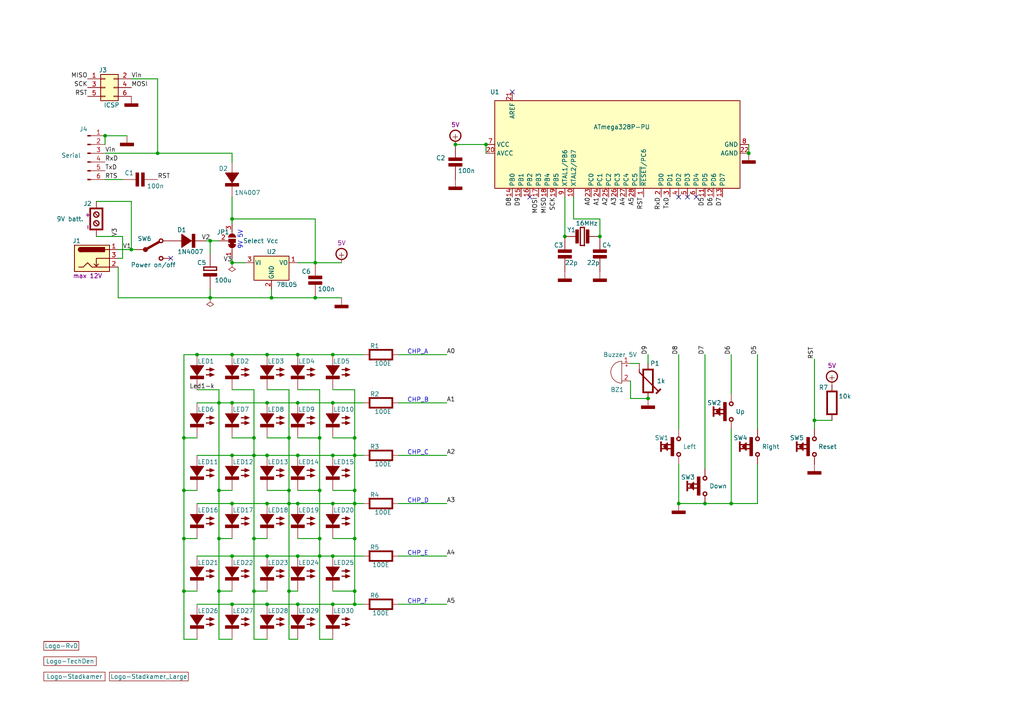
<source format=kicad_sch>
(kicad_sch (version 20211123) (generator eeschema)
  (paper "A4")
  (title_block (title "TechDen Game Console with 30 LEDs (Charlieplexing method)") (date "2022-04-25") (rev "3.31") (company "TechDen") (comment 1 "Designed by Roland"))
  (lib_symbols
    (symbol "Connector:Barrel_Jack_Switch" (pin_names hide)
      (property "Reference" "J" (at 0 5.334 0))
      (property "Value" "Barrel_Jack_Switch" (at 0 -5.08 0))
      (symbol "Barrel_Jack_Switch_1_1"
        (pin passive line (at 7.62 2.54 180) (length 2.54) (name "~") (number "1"))
        (pin passive line (at 7.62 -2.54 180) (length 2.54) (name "~") (number "2"))
        (pin passive line (at 7.62 0 180) (length 2.54) (name "~") (number "3"))
      )
    )
    (symbol "Connector:Conn_01x06_Male" (pin_names (offset 1.016) hide)
      (property "Reference" "J" (at 0 7.62 0))
      (property "Value" "Conn_01x06_Male" (at 0 -10.16 0))
      (symbol "Conn_01x06_Male_1_1"
        (pin passive line (at 5.08 5.08 180) (length 3.81) (name "Pin_1") (number "1"))
        (pin passive line (at 5.08 2.54 180) (length 3.81) (name "Pin_2") (number "2"))
        (pin passive line (at 5.08 0 180) (length 3.81) (name "Pin_3") (number "3"))
        (pin passive line (at 5.08 -2.54 180) (length 3.81) (name "Pin_4") (number "4"))
        (pin passive line (at 5.08 -5.08 180) (length 3.81) (name "Pin_5") (number "5"))
        (pin passive line (at 5.08 -7.62 180) (length 3.81) (name "Pin_6") (number "6"))
      )
    )
    (symbol "Connector_Generic:Conn_02x03_Odd_Even" (pin_names (offset 1.016) hide)
      (property "Reference" "J" (at 1.27 5.08 0))
      (property "Value" "Conn_02x03_Odd_Even" (at 1.27 -5.08 0))
      (symbol "Conn_02x03_Odd_Even_1_1"
        (pin passive line (at -5.08 2.54 0) (length 3.81) (name "Pin_1") (number "1"))
        (pin passive line (at 7.62 2.54 180) (length 3.81) (name "Pin_2") (number "2"))
        (pin passive line (at -5.08 0 0) (length 3.81) (name "Pin_3") (number "3"))
        (pin passive line (at 7.62 0 180) (length 3.81) (name "Pin_4") (number "4"))
        (pin passive line (at -5.08 -2.54 0) (length 3.81) (name "Pin_5") (number "5"))
        (pin passive line (at 7.62 -2.54 180) (length 3.81) (name "Pin_6") (number "6"))
      )
    )
    (symbol "Device:Buzzer" (pin_names (offset 0.0254) hide)
      (property "Reference" "BZ" (at 3.81 1.27 0))
      (property "Value" "Buzzer" (at 3.81 -1.27 0))
      (symbol "Buzzer_1_1"
        (pin passive line (at -2.54 2.54 0) (length 2.54) (name "-") (number "1"))
        (pin passive line (at -2.54 -2.54 0) (length 2.54) (name "+") (number "2"))
      )
    )
    (symbol "Elektor:C" (pin_numbers hide) (pin_names (offset 0) hide)
      (property "Reference" "C" (at 0.635 3.175 0))
      (property "Value" "C" (at 0.635 -3.175 0))
      (symbol "C_1_1"
        (pin passive line (at 0 5.08 270) (length 3.8862) (name "+") (number "1"))
        (pin passive line (at 0 -5.08 90) (length 3.8862) (name "-") (number "2"))
      )
      (symbol "C_1_2"
        (pin passive line (at 0 5.08 270) (length 3.5814) (name "+") (number "1"))
        (pin passive line (at 0 -5.08 90) (length 3.5814) (name "-") (number "2"))
      )
    )
    (symbol "Elektor:C-polar" (pin_numbers hide) (pin_names (offset 0) hide)
      (property "Reference" "C" (at 0.635 3.175 0))
      (property "Value" "C-polar" (at 0.635 -3.175 0))
      (property "Rating" "V" (at -0.635 -3.175 0))
      (symbol "C-polar_1_1"
        (pin passive line (at 0 5.08 270) (length 3.7338) (name "+") (number "1"))
        (pin passive line (at 0 -5.08 90) (length 3.7338) (name "-") (number "2"))
      )
      (symbol "C-polar_1_2"
        (pin passive line (at 0 5.08 270) (length 3.5814) (name "+") (number "1"))
        (pin passive line (at 0 -5.08 90) (length 3.8862) (name "-") (number "2"))
      )
    )
    (symbol "Elektor:D" (pin_numbers hide) (pin_names (offset 0) hide)
      (property "Reference" "D" (at 0.635 3.175 0))
      (property "Value" "D" (at 0.635 -3.175 0))
      (symbol "D_1_0"
        (pin passive line (at 0 -5.08 90) (length 3.175) (name "K-") (number "1"))
        (pin passive line (at 0 5.08 270) (length 3.175) (name "A+") (number "2"))
      )
    )
    (symbol "Elektor:D-LED" (pin_numbers hide) (pin_names (offset 0) hide)
      (property "Reference" "D" (at 0.635 3.175 0))
      (property "Value" "D-LED" (at 0.635 -3.175 0))
      (symbol "D-LED_1_0"
        (pin passive line (at 0 -5.08 90) (length 3.175) (name "K-") (number "1"))
        (pin passive line (at 0 5.08 270) (length 3.175) (name "A+") (number "2"))
      )
    )
    (symbol "Elektor:K-terminal" (pin_numbers hide) (pin_names (offset 0) hide)
      (property "Reference" "K" (at 2.54 3.175 0))
      (symbol "K-terminal_1_0"
        (pin passive line (at 0 5.08 270) (length 1.905) (name "1") (number "1"))
        (pin passive line (at 0 -5.08 90) (length 1.905) (name "2") (number "2"))
      )
    )
    (symbol "Elektor:P-trim" (pin_numbers hide) (pin_names (offset 0) hide)
      (property "Reference" "P" (at 2.54 3.175 0))
      (property "Spice_Model" "lin100k" (at 3.81 -3.175 0))
      (symbol "P-trim_1_1"
        (pin passive line (at 0 -5.08 90) (length 1.651) (name "a") (number "1"))
        (pin passive line (at 2.54 -5.08 90) (length 1.651) (name "b") (number "2"))
        (pin passive line (at 0 5.08 270) (length 1.651) (name "c") (number "3"))
      )
      (symbol "P-trim_1_2"
        (pin passive line (at 0 -5.08 90) (length 1.651) (name "a") (number "1"))
        (pin passive line (at 3.175 -5.08 90) (length 1.651) (name "b") (number "2"))
        (pin passive line (at 0 5.08 270) (length 1.651) (name "c") (number "3"))
      )
    )
    (symbol "Elektor:R" (pin_numbers hide) (pin_names (offset 0) hide)
      (property "Reference" "R" (at 2.54 3.175 0))
      (property "Value" "R" (at 0 0 90))
      (symbol "R_1_1"
        (pin passive line (at 0 5.08 270) (length 1.651) (name "+") (number "1"))
        (pin passive line (at 0 -5.08 90) (length 1.651) (name "-") (number "2"))
      )
      (symbol "R_1_2"
        (pin passive line (at 0 5.08 270) (length 1.651) (name "+") (number "1"))
        (pin passive line (at 0 -5.08 90) (length 1.651) (name "-") (number "2"))
      )
      (symbol "R_1_3"
        (pin passive line (at 0 5.08 270) (length 1.6002) (name "+") (number "1"))
        (pin passive line (at 0 -5.08 90) (length 1.6002) (name "-") (number "2"))
      )
      (symbol "R_1_4"
        (pin passive line (at 0 5.08 270) (length 0.5334) (name "+") (number "1"))
        (pin passive line (at 0 -5.08 90) (length 0.5334) (name "-") (number "2"))
      )
    )
    (symbol "Elektor:S-changeover" (pin_numbers hide) (pin_names (offset 0) hide)
      (property "Reference" "S" (at 3.81 3.175 0))
      (property "Value" "S-changeover" (at 1.27 -3.175 0))
      (symbol "S-changeover_1_1"
        (pin passive line (at 0 -5.08 90) (length 2.2352) (name "1") (number "1"))
        (pin passive line (at -2.54 5.08 270) (length 2.2352) (name "2") (number "2"))
        (pin passive line (at 2.54 5.08 270) (length 2.2352) (name "3") (number "3"))
      )
      (symbol "S-changeover_1_2"
        (pin passive line (at 0 -5.08 90) (length 2.5654) (name "1") (number "1"))
        (pin passive line (at -2.54 5.08 270) (length 2.5654) (name "2") (number "2"))
        (pin passive line (at 2.54 5.08 270) (length 2.5654) (name "4") (number "4"))
      )
      (symbol "S-changeover_1_3"
        (pin passive line (at 0 -5.08 90) (length 2.5146) (name "1") (number "1"))
        (pin passive line (at -5.08 2.54 0) (length 1.9558) (name "2") (number "2"))
        (pin passive line (at 5.08 2.54 180) (length 1.9558) (name "4") (number "4"))
      )
      (symbol "S-changeover_1_4"
        (pin passive line (at 0 -5.08 90) (length 2.9718) (name "1") (number "1"))
        (pin passive line (at -5.08 2.54 0) (length 2.2098) (name "2") (number "2"))
        (pin passive line (at 5.08 2.54 180) (length 2.2098) (name "4") (number "4"))
      )
    )
    (symbol "Elektor:S-make-push" (pin_numbers hide) (pin_names (offset 0) hide)
      (property "Reference" "S" (at 1.27 3.175 0))
      (property "Value" "S-make-push" (at 1.27 -3.175 0))
      (symbol "S-make-push_1_1"
        (pin passive line (at 0 5.08 270) (length 2.2352) (name "1") (number "1"))
        (pin passive line (at 0 -5.08 90) (length 2.2352) (name "2") (number "2"))
      )
      (symbol "S-make-push_1_2"
        (pin passive line (at 0 -5.08 90) (length 2.4638) (name "3") (number "3"))
        (pin passive line (at 0 5.08 270) (length 2.4638) (name "4") (number "4"))
      )
      (symbol "S-make-push_1_3"
        (pin passive line (at 0 -5.08 90) (length 2.2352) (name "3") (number "3"))
        (pin passive line (at 0 5.08 270) (length 2.2352) (name "4") (number "4"))
      )
      (symbol "S-make-push_1_4"
        (pin passive line (at 0 -5.08 90) (length 2.4638) (name "3") (number "3"))
        (pin passive line (at 0 5.08 270) (length 2.4638) (name "4") (number "4"))
      )
    )
    (symbol "Elektor:V-+" (power) (pin_numbers hide) (pin_names (offset 1.27) hide)
      (symbol "V-+_1_0"
        (pin power_in line (at 0 0 0) (length 0) hide (name "V+") (number "0"))
      )
      (symbol "V-+_1_1"
        (text "+" (at 0 -2.3368 0) (effects (font (size 1.8542 1.8542))))
      )
      (symbol "V-+_1_2"
        (text "+" (at -2.54 0.2032 0) (effects (font (size 1.8542 1.8542))))
      )
    )
    (symbol "Elektor:V-GND" (power) (pin_numbers hide) (pin_names (offset 1.27) hide)
      (symbol "V-GND_1_1"
        (pin power_in line (at 0 0 0) (length 0) hide (name "GND") (number "0"))
      )
      (symbol "V-GND_1_2"
        (pin power_in line (at 0 0 0) (length 0) hide (name "0") (number "0"))
      )
    )
    (symbol "Elektor:X-crystal" (pin_numbers hide) (pin_names (offset 0) hide)
      (property "Reference" "X" (at 0.635 3.175 0))
      (property "Value" "X-crystal" (at 0.635 -3.175 0))
      (property "Spice_Model" "C" (at -2.54 3.175 0))
      (symbol "X-crystal_1_1"
        (pin passive line (at 0 5.08 270) (length 3.175) (name "+") (number "1"))
        (pin passive line (at 0 -5.08 90) (length 3.175) (name "-") (number "2"))
      )
      (symbol "X-crystal_1_2"
        (pin passive line (at 0 5.08 270) (length 3.3274) (name "+") (number "1"))
        (pin passive line (at 0 -5.08 90) (length 3.3274) (name "-") (number "2"))
      )
    )
    (symbol "Jumper:SolderJumper_3_Bridged12" (pin_names (offset 0) hide)
      (property "Reference" "JP" (at -2.54 -2.54 0))
      (property "Value" "SolderJumper_3_Bridged12" (at 0 2.794 0))
      (symbol "SolderJumper_3_Bridged12_1_1"
        (pin passive line (at -5.08 0 0) (length 2.54) (name "A") (number "1"))
        (pin passive line (at 0 -3.81 90) (length 2.54) (name "C") (number "2"))
        (pin passive line (at 5.08 0 180) (length 2.54) (name "B") (number "3"))
      )
    )
    (symbol "Logo:Logo-RvD" (pin_names (offset 1.016))
      (property "Reference" "L" (at 5.08 -2.54 0))
      (property "Value" "Logo-RvD" (at 5.08 -2.54 0))
    )
    (symbol "Logo:Logo-Stadkamer" (pin_names (offset 1.016))
      (property "Reference" "L" (at 5.08 -2.54 0))
      (property "Value" "Logo-Stadkamer" (at 8.89 -2.54 0))
    )
    (symbol "Logo:Logo-Stadkamer_Large" (pin_names (offset 1.016))
      (property "Reference" "L" (at 5.08 -2.54 0))
      (property "Value" "Logo-Stadkamer_Large" (at 11.43 -2.54 0))
    )
    (symbol "Logo:Logo-TechDen" (pin_names (offset 1.016))
      (property "Reference" "L" (at 0 0 0))
      (property "Value" "Logo-TechDen" (at 0 0 0))
    )
    (symbol "MyLib:ATmega328P-PU"
      (property "Reference" "U1" (at 7.62 6.985 90))
      (property "Value" "ATmega328P-PU" (at 1.27 5.08 90))
      (symbol "ATmega328P-PU_1_1"
        (pin bidirectional line (at 15.24 -7.62 180) (length 2.54) (name "~{RESET}/PC6") (number "1"))
        (pin bidirectional line (at 15.24 12.7 180) (length 2.54) (name "XTAL2/PB7") (number "10"))
        (pin bidirectional line (at 15.24 -25.4 180) (length 2.54) (name "PD5") (number "11"))
        (pin bidirectional line (at 15.24 -27.94 180) (length 2.54) (name "PD6") (number "12"))
        (pin bidirectional line (at 15.24 -30.48 180) (length 2.54) (name "PD7") (number "13"))
        (pin bidirectional line (at 15.24 30.48 180) (length 2.54) (name "PB0") (number "14"))
        (pin bidirectional line (at 15.24 27.94 180) (length 2.54) (name "PB1") (number "15"))
        (pin bidirectional line (at 15.24 25.4 180) (length 2.54) (name "PB2") (number "16"))
        (pin bidirectional line (at 15.24 22.86 180) (length 2.54) (name "PB3") (number "17"))
        (pin bidirectional line (at 15.24 20.32 180) (length 2.54) (name "PB4") (number "18"))
        (pin bidirectional line (at 15.24 17.78 180) (length 2.54) (name "PB5") (number "19"))
        (pin bidirectional line (at 15.24 -12.7 180) (length 2.54) (name "PD0") (number "2"))
        (pin power_in line (at 2.54 38.1 270) (length 2.54) (name "AVCC") (number "20"))
        (pin passive line (at -15.24 30.48 0) (length 2.54) (name "AREF") (number "21"))
        (pin power_in line (at 2.54 -38.1 90) (length 2.54) (name "AGND") (number "22"))
        (pin bidirectional line (at 15.24 7.62 180) (length 2.54) (name "PC0") (number "23"))
        (pin bidirectional line (at 15.24 5.08 180) (length 2.54) (name "PC1") (number "24"))
        (pin bidirectional line (at 15.24 2.54 180) (length 2.54) (name "PC2") (number "25"))
        (pin bidirectional line (at 15.24 0 180) (length 2.54) (name "PC3") (number "26"))
        (pin bidirectional line (at 15.24 -2.54 180) (length 2.54) (name "PC4") (number "27"))
        (pin bidirectional line (at 15.24 -5.08 180) (length 2.54) (name "PC5") (number "28"))
        (pin bidirectional line (at 15.24 -15.24 180) (length 2.54) (name "PD1") (number "3"))
        (pin bidirectional line (at 15.24 -17.78 180) (length 2.54) (name "PD2") (number "4"))
        (pin bidirectional line (at 15.24 -20.32 180) (length 2.54) (name "PD3") (number "5"))
        (pin bidirectional line (at 15.24 -22.86 180) (length 2.54) (name "PD4") (number "6"))
        (pin power_in line (at 0 38.1 270) (length 2.54) (name "VCC") (number "7"))
        (pin power_in line (at 0 -38.1 90) (length 2.54) (name "GND") (number "8"))
        (pin bidirectional line (at 15.24 15.24 180) (length 2.54) (name "XTAL1/PB6") (number "9"))
      )
    )
    (symbol "Regulator_Linear:L78L05_TO92" (pin_names (offset 0.254))
      (property "Reference" "U" (at -3.81 3.175 0))
      (property "Value" "L78L05_TO92" (at 0 3.175 0))
      (symbol "L78L05_TO92_1_1"
        (pin power_out line (at 7.62 0 180) (length 2.54) (name "VO") (number "1"))
        (pin power_in line (at 0 -7.62 90) (length 2.54) (name "GND") (number "2"))
        (pin power_in line (at -7.62 0 0) (length 2.54) (name "VI") (number "3"))
      )
    )
    (symbol "power:PWR_FLAG" (power) (pin_numbers hide) (pin_names (offset 0) hide)
      (property "Value" "PWR_FLAG" (at 0 3.81 0))
      (symbol "PWR_FLAG_0_0"
        (pin power_out line (at 0 0 90) (length 0) (name "pwr") (number "1"))
      )
    )
  )
  (junction (at 196.85 146.05))
  (junction (at 96.52 102.87))
  (junction (at 92.71 156.21))
  (junction (at 83.82 142.24))
  (junction (at 57.15 102.87))
  (junction (at 30.48 39.37))
  (junction (at 63.5 156.21))
  (junction (at 53.34 142.24))
  (junction (at 77.47 161.29))
  (junction (at 91.44 76.2))
  (junction (at 83.82 146.05))
  (junction (at 53.34 156.21))
  (junction (at 63.5 171.45))
  (junction (at 60.96 69.85))
  (junction (at 86.36 102.87))
  (junction (at 217.17 44.45))
  (junction (at 73.66 132.08))
  (junction (at 102.87 142.24))
  (junction (at 67.31 116.84))
  (junction (at 92.71 127))
  (junction (at 236.22 121.92))
  (junction (at 45.72 44.45))
  (junction (at 102.87 171.45))
  (junction (at 73.66 156.21))
  (junction (at 92.71 161.29))
  (junction (at 86.36 146.05))
  (junction (at 212.09 146.05))
  (junction (at 73.66 127))
  (junction (at 63.5 116.84))
  (junction (at 102.87 127))
  (junction (at 77.47 116.84))
  (junction (at 86.36 132.08))
  (junction (at 173.99 68.58))
  (junction (at 73.66 171.45))
  (junction (at 83.82 171.45))
  (junction (at 102.87 132.08))
  (junction (at 67.31 161.29))
  (junction (at 96.52 132.08))
  (junction (at 78.74 86.36))
  (junction (at 83.82 127))
  (junction (at 102.87 175.26))
  (junction (at 67.31 175.26))
  (junction (at 86.36 161.29))
  (junction (at 187.96 115.57))
  (junction (at 92.71 142.24))
  (junction (at 96.52 146.05))
  (junction (at 204.47 146.05))
  (junction (at 77.47 175.26))
  (junction (at 77.47 146.05))
  (junction (at 163.83 68.58))
  (junction (at 86.36 116.84))
  (junction (at 53.34 127))
  (junction (at 67.31 146.05))
  (junction (at 77.47 102.87))
  (junction (at 77.47 132.08))
  (junction (at 132.08 41.91))
  (junction (at 102.87 146.05))
  (junction (at 102.87 156.21))
  (junction (at 67.31 102.87))
  (junction (at 91.44 86.36))
  (junction (at 67.31 63.5))
  (junction (at 96.52 175.26))
  (junction (at 96.52 116.84))
  (junction (at 60.96 86.36))
  (junction (at 96.52 161.29))
  (junction (at 67.31 132.08))
  (junction (at 38.1 72.39))
  (junction (at 86.36 175.26))
  (junction (at 140.97 41.91))
  (junction (at 63.5 142.24))
  (junction (at 53.34 171.45))
  (junction (at 67.31 76.2))
  (no_connect (at 199.39 57.15))
  (no_connect (at 153.67 57.15))
  (no_connect (at 148.59 26.67))
  (no_connect (at 49.53 74.93))
  (no_connect (at 196.85 57.15))
  (no_connect (at 201.93 57.15))
  (wire (pts (xy 27.94 68.58) (xy 35.56 68.58)) (stroke (width 0.254)))
  (wire (pts (xy 53.34 171.45) (xy 57.15 171.45)) (stroke (width 0.254)))
  (wire (pts (xy 53.34 102.87) (xy 53.34 127)) (stroke (width 0.254)))
  (wire (pts (xy 35.56 74.93) (xy 34.29 74.93)) (stroke (width 0.254)))
  (wire (pts (xy 102.87 171.45) (xy 102.87 175.26)) (stroke (width 0.254)))
  (wire (pts (xy 63.5 113.03) (xy 63.5 116.84)) (stroke (width 0.254)))
  (wire (pts (xy 60.96 86.36) (xy 78.74 86.36)) (stroke (width 0.254)))
  (wire (pts (xy 196.85 102.87) (xy 196.85 124.46)) (stroke (width 0.254)))
  (wire (pts (xy 53.34 102.87) (xy 57.15 102.87)) (stroke (width 0.254)))
  (wire (pts (xy 102.87 127) (xy 102.87 132.08)) (stroke (width 0.254)))
  (wire (pts (xy 83.82 185.42) (xy 86.36 185.42)) (stroke (width 0.254)))
  (wire (pts (xy 91.44 86.36) (xy 99.06 86.36)) (stroke (width 0.254)))
  (wire (pts (xy 67.31 64.77) (xy 67.31 63.5)) (stroke (width 0.254)))
  (wire (pts (xy 219.71 102.87) (xy 219.71 124.46)) (stroke (width 0.254)))
  (wire (pts (xy 67.31 127) (xy 73.66 127)) (stroke (width 0.254)))
  (wire (pts (xy 212.09 124.46) (xy 212.09 146.05)) (stroke (width 0.254)))
  (wire (pts (xy 86.36 142.24) (xy 92.71 142.24)) (stroke (width 0.254)))
  (wire (pts (xy 53.34 142.24) (xy 53.34 156.21)) (stroke (width 0.254)))
  (wire (pts (xy 166.37 63.5) (xy 166.37 57.15)) (stroke (width 0.254)))
  (wire (pts (xy 92.71 156.21) (xy 92.71 161.29)) (stroke (width 0.254)))
  (wire (pts (xy 67.31 161.29) (xy 77.47 161.29)) (stroke (width 0.254)))
  (wire (pts (xy 73.66 132.08) (xy 73.66 156.21)) (stroke (width 0.254)))
  (wire (pts (xy 63.5 171.45) (xy 63.5 185.42)) (stroke (width 0.254)))
  (wire (pts (xy 173.99 63.5) (xy 166.37 63.5)) (stroke (width 0.254)))
  (wire (pts (xy 60.96 69.85) (xy 59.69 69.85)) (stroke (width 0.254)))
  (wire (pts (xy 67.31 146.05) (xy 77.47 146.05)) (stroke (width 0.254)))
  (wire (pts (xy 96.52 171.45) (xy 102.87 171.45)) (stroke (width 0.254)))
  (wire (pts (xy 115.57 102.87) (xy 129.54 102.87)) (stroke (width 0.254)))
  (wire (pts (xy 57.15 116.84) (xy 63.5 116.84)) (stroke (width 0.254)))
  (wire (pts (xy 77.47 175.26) (xy 86.36 175.26)) (stroke (width 0.254)))
  (wire (pts (xy 204.47 146.05) (xy 212.09 146.05)) (stroke (width 0.254)))
  (wire (pts (xy 67.31 175.26) (xy 77.47 175.26)) (stroke (width 0.254)))
  (wire (pts (xy 86.36 161.29) (xy 92.71 161.29)) (stroke (width 0.254)))
  (wire (pts (xy 163.83 57.15) (xy 163.83 68.58)) (stroke (width 0.254)))
  (wire (pts (xy 182.88 110.49) (xy 182.88 115.57)) (stroke (width 0.254)))
  (wire (pts (xy 60.96 73.66) (xy 60.96 69.85)) (stroke (width 0.254)))
  (wire (pts (xy 219.71 146.05) (xy 219.71 134.62)) (stroke (width 0.254)))
  (wire (pts (xy 30.48 52.07) (xy 35.56 52.07)) (stroke (width 0.254)))
  (wire (pts (xy 67.31 116.84) (xy 77.47 116.84)) (stroke (width 0.254)))
  (wire (pts (xy 45.72 44.45) (xy 45.72 22.86)) (stroke (width 0.254)))
  (wire (pts (xy 38.1 72.39) (xy 34.29 72.39)) (stroke (width 0.254)))
  (wire (pts (xy 86.36 156.21) (xy 92.71 156.21)) (stroke (width 0.254)))
  (wire (pts (xy 96.52 175.26) (xy 102.87 175.26)) (stroke (width 0.254)))
  (wire (pts (xy 67.31 74.93) (xy 67.31 76.2)) (stroke (width 0.254)))
  (wire (pts (xy 236.22 124.46) (xy 236.22 121.92)) (stroke (width 0.254)))
  (wire (pts (xy 92.71 161.29) (xy 96.52 161.29)) (stroke (width 0.254)))
  (wire (pts (xy 73.66 185.42) (xy 77.47 185.42)) (stroke (width 0.254)))
  (wire (pts (xy 77.47 161.29) (xy 86.36 161.29)) (stroke (width 0.254)))
  (wire (pts (xy 86.36 175.26) (xy 96.52 175.26)) (stroke (width 0.254)))
  (wire (pts (xy 57.15 113.03) (xy 63.5 113.03)) (stroke (width 0.254)))
  (wire (pts (xy 115.57 116.84) (xy 129.54 116.84)) (stroke (width 0.254)))
  (wire (pts (xy 53.34 185.42) (xy 57.15 185.42)) (stroke (width 0.254)))
  (wire (pts (xy 57.15 156.21) (xy 53.34 156.21)) (stroke (width 0.254)))
  (wire (pts (xy 53.34 185.42) (xy 53.34 171.45)) (stroke (width 0.254)))
  (wire (pts (xy 73.66 171.45) (xy 73.66 185.42)) (stroke (width 0.254)))
  (wire (pts (xy 92.71 185.42) (xy 96.52 185.42)) (stroke (width 0.254)))
  (wire (pts (xy 30.48 39.37) (xy 36.83 39.37)) (stroke (width 0.254)))
  (wire (pts (xy 96.52 116.84) (xy 105.41 116.84)) (stroke (width 0.254)))
  (wire (pts (xy 77.47 113.03) (xy 83.82 113.03)) (stroke (width 0.254)))
  (wire (pts (xy 67.31 44.45) (xy 67.31 46.99)) (stroke (width 0.254)))
  (wire (pts (xy 115.57 132.08) (xy 129.54 132.08)) (stroke (width 0.254)))
  (wire (pts (xy 57.15 146.05) (xy 67.31 146.05)) (stroke (width 0.254)))
  (wire (pts (xy 73.66 156.21) (xy 77.47 156.21)) (stroke (width 0.254)))
  (wire (pts (xy 38.1 58.42) (xy 27.94 58.42)) (stroke (width 0.254)))
  (wire (pts (xy 38.1 72.39) (xy 38.1 58.42)) (stroke (width 0.254)))
  (wire (pts (xy 60.96 83.82) (xy 60.96 86.36)) (stroke (width 0.254)))
  (wire (pts (xy 173.99 63.5) (xy 173.99 68.58)) (stroke (width 0.254)))
  (wire (pts (xy 115.57 161.29) (xy 129.54 161.29)) (stroke (width 0.254)))
  (wire (pts (xy 67.31 113.03) (xy 73.66 113.03)) (stroke (width 0.254)))
  (wire (pts (xy 83.82 113.03) (xy 83.82 127)) (stroke (width 0.254)))
  (wire (pts (xy 96.52 127) (xy 102.87 127)) (stroke (width 0.254)))
  (wire (pts (xy 91.44 63.5) (xy 91.44 76.2)) (stroke (width 0.254)))
  (wire (pts (xy 77.47 127) (xy 83.82 127)) (stroke (width 0.254)))
  (wire (pts (xy 96.52 142.24) (xy 102.87 142.24)) (stroke (width 0.254)))
  (wire (pts (xy 91.44 76.2) (xy 99.06 76.2)) (stroke (width 0.254)))
  (wire (pts (xy 86.36 127) (xy 92.71 127)) (stroke (width 0.254)))
  (wire (pts (xy 83.82 146.05) (xy 86.36 146.05)) (stroke (width 0.254)))
  (wire (pts (xy 86.36 102.87) (xy 96.52 102.87)) (stroke (width 0.254)))
  (wire (pts (xy 92.71 113.03) (xy 92.71 127)) (stroke (width 0.254)))
  (wire (pts (xy 34.29 77.47) (xy 34.29 86.36)) (stroke (width 0.254)))
  (wire (pts (xy 217.17 41.91) (xy 217.17 44.45)) (stroke (width 0.254)))
  (wire (pts (xy 77.47 116.84) (xy 86.36 116.84)) (stroke (width 0.254)))
  (wire (pts (xy 63.5 142.24) (xy 63.5 156.21)) (stroke (width 0.254)))
  (wire (pts (xy 102.87 146.05) (xy 102.87 156.21)) (stroke (width 0.254)))
  (wire (pts (xy 57.15 132.08) (xy 67.31 132.08)) (stroke (width 0.254)))
  (wire (pts (xy 236.22 121.92) (xy 241.3 121.92)) (stroke (width 0.254)))
  (wire (pts (xy 73.66 127) (xy 73.66 132.08)) (stroke (width 0.254)))
  (wire (pts (xy 182.88 115.57) (xy 187.96 115.57)) (stroke (width 0.254)))
  (wire (pts (xy 196.85 146.05) (xy 204.47 146.05)) (stroke (width 0.254)))
  (wire (pts (xy 86.36 132.08) (xy 96.52 132.08)) (stroke (width 0.254)))
  (wire (pts (xy 92.71 161.29) (xy 92.71 185.42)) (stroke (width 0.254)))
  (wire (pts (xy 92.71 127) (xy 92.71 142.24)) (stroke (width 0.254)))
  (wire (pts (xy 105.41 175.26) (xy 102.87 175.26)) (stroke (width 0.254)))
  (wire (pts (xy 45.72 44.45) (xy 67.31 44.45)) (stroke (width 0.254)))
  (wire (pts (xy 83.82 185.42) (xy 83.82 171.45)) (stroke (width 0.254)))
  (wire (pts (xy 86.36 76.2) (xy 91.44 76.2)) (stroke (width 0.254)))
  (wire (pts (xy 96.52 113.03) (xy 102.87 113.03)) (stroke (width 0.254)))
  (wire (pts (xy 39.37 72.39) (xy 38.1 72.39)) (stroke (width 0.254)))
  (wire (pts (xy 67.31 57.15) (xy 67.31 63.5)) (stroke (width 0.254)))
  (wire (pts (xy 102.87 132.08) (xy 105.41 132.08)) (stroke (width 0.254)))
  (wire (pts (xy 83.82 146.05) (xy 83.82 171.45)) (stroke (width 0.254)))
  (wire (pts (xy 83.82 171.45) (xy 86.36 171.45)) (stroke (width 0.254)))
  (wire (pts (xy 115.57 146.05) (xy 129.54 146.05)) (stroke (width 0.254)))
  (wire (pts (xy 63.5 156.21) (xy 63.5 171.45)) (stroke (width 0.254)))
  (wire (pts (xy 67.31 171.45) (xy 63.5 171.45)) (stroke (width 0.254)))
  (wire (pts (xy 187.96 105.41) (xy 187.96 102.87)) (stroke (width 0.254)))
  (wire (pts (xy 34.29 86.36) (xy 60.96 86.36)) (stroke (width 0.254)))
  (wire (pts (xy 78.74 86.36) (xy 91.44 86.36)) (stroke (width 0.254)))
  (wire (pts (xy 196.85 146.05) (xy 196.85 134.62)) (stroke (width 0.254)))
  (wire (pts (xy 86.36 113.03) (xy 92.71 113.03)) (stroke (width 0.254)))
  (wire (pts (xy 140.97 44.45) (xy 140.97 41.91)) (stroke (width 0.254)))
  (wire (pts (xy 185.42 105.41) (xy 182.88 105.41)) (stroke (width 0.254)))
  (wire (pts (xy 96.52 102.87) (xy 105.41 102.87)) (stroke (width 0.254)))
  (wire (pts (xy 129.54 175.26) (xy 115.57 175.26)) (stroke (width 0.254)))
  (wire (pts (xy 30.48 41.91) (xy 30.48 39.37)) (stroke (width 0.254)))
  (wire (pts (xy 53.34 156.21) (xy 53.34 171.45)) (stroke (width 0.254)))
  (wire (pts (xy 78.74 83.82) (xy 78.74 86.36)) (stroke (width 0.254)))
  (wire (pts (xy 236.22 121.92) (xy 236.22 104.14)) (stroke (width 0.254)))
  (wire (pts (xy 204.47 102.87) (xy 204.47 135.89)) (stroke (width 0.254)))
  (wire (pts (xy 77.47 146.05) (xy 83.82 146.05)) (stroke (width 0.254)))
  (wire (pts (xy 73.66 171.45) (xy 77.47 171.45)) (stroke (width 0.254)))
  (wire (pts (xy 86.36 146.05) (xy 96.52 146.05)) (stroke (width 0.254)))
  (wire (pts (xy 67.31 102.87) (xy 77.47 102.87)) (stroke (width 0.254)))
  (wire (pts (xy 73.66 156.21) (xy 73.66 171.45)) (stroke (width 0.254)))
  (wire (pts (xy 67.31 63.5) (xy 91.44 63.5)) (stroke (width 0.254)))
  (wire (pts (xy 67.31 132.08) (xy 73.66 132.08)) (stroke (width 0.254)))
  (wire (pts (xy 30.48 44.45) (xy 45.72 44.45)) (stroke (width 0.254)))
  (wire (pts (xy 63.5 116.84) (xy 67.31 116.84)) (stroke (width 0.254)))
  (wire (pts (xy 83.82 142.24) (xy 83.82 146.05)) (stroke (width 0.254)))
  (wire (pts (xy 140.97 41.91) (xy 132.08 41.91)) (stroke (width 0.254)))
  (wire (pts (xy 38.1 22.86) (xy 45.72 22.86)) (stroke (width 0.254)))
  (wire (pts (xy 92.71 142.24) (xy 92.71 156.21)) (stroke (width 0.254)))
  (wire (pts (xy 77.47 142.24) (xy 83.82 142.24)) (stroke (width 0.254)))
  (wire (pts (xy 63.5 116.84) (xy 63.5 142.24)) (stroke (width 0.254)))
  (wire (pts (xy 102.87 146.05) (xy 105.41 146.05)) (stroke (width 0.254)))
  (wire (pts (xy 102.87 132.08) (xy 102.87 142.24)) (stroke (width 0.254)))
  (wire (pts (xy 53.34 127) (xy 53.34 142.24)) (stroke (width 0.254)))
  (wire (pts (xy 63.5 185.42) (xy 67.31 185.42)) (stroke (width 0.254)))
  (wire (pts (xy 73.66 132.08) (xy 77.47 132.08)) (stroke (width 0.254)))
  (wire (pts (xy 77.47 132.08) (xy 86.36 132.08)) (stroke (width 0.254)))
  (wire (pts (xy 96.52 132.08) (xy 102.87 132.08)) (stroke (width 0.254)))
  (wire (pts (xy 96.52 146.05) (xy 102.87 146.05)) (stroke (width 0.254)))
  (wire (pts (xy 57.15 127) (xy 53.34 127)) (stroke (width 0.254)))
  (wire (pts (xy 102.87 113.03) (xy 102.87 127)) (stroke (width 0.254)))
  (wire (pts (xy 57.15 142.24) (xy 53.34 142.24)) (stroke (width 0.254)))
  (wire (pts (xy 83.82 127) (xy 83.82 142.24)) (stroke (width 0.254)))
  (wire (pts (xy 67.31 76.2) (xy 71.12 76.2)) (stroke (width 0.254)))
  (wire (pts (xy 63.5 69.85) (xy 60.96 69.85)) (stroke (width 0.254)))
  (wire (pts (xy 67.31 156.21) (xy 63.5 156.21)) (stroke (width 0.254)))
  (wire (pts (xy 35.56 68.58) (xy 35.56 74.93)) (stroke (width 0.254)))
  (wire (pts (xy 57.15 102.87) (xy 67.31 102.87)) (stroke (width 0.254)))
  (wire (pts (xy 77.47 102.87) (xy 86.36 102.87)) (stroke (width 0.254)))
  (wire (pts (xy 57.15 175.26) (xy 67.31 175.26)) (stroke (width 0.254)))
  (wire (pts (xy 67.31 142.24) (xy 63.5 142.24)) (stroke (width 0.254)))
  (wire (pts (xy 102.87 156.21) (xy 102.87 171.45)) (stroke (width 0.254)))
  (wire (pts (xy 96.52 156.21) (xy 102.87 156.21)) (stroke (width 0.254)))
  (wire (pts (xy 86.36 116.84) (xy 96.52 116.84)) (stroke (width 0.254)))
  (wire (pts (xy 57.15 161.29) (xy 67.31 161.29)) (stroke (width 0.254)))
  (wire (pts (xy 212.09 102.87) (xy 212.09 114.3)) (stroke (width 0.254)))
  (wire (pts (xy 102.87 142.24) (xy 102.87 146.05)) (stroke (width 0.254)))
  (wire (pts (xy 96.52 161.29) (xy 105.41 161.29)) (stroke (width 0.254)))
  (wire (pts (xy 73.66 113.03) (xy 73.66 127)) (stroke (width 0.254)))
  (wire (pts (xy 212.09 146.05) (xy 219.71 146.05)) (stroke (width 0.254)))
  (text "CHP_E" (at 118.11 161.29 0) (effects (font (size 1.27 1.27)) (justify left bottom)))
  (text "CHP_A" (at 118.11 102.87 0) (effects (font (size 1.27 1.27)) (justify left bottom)))
  (text "CHP_D" (at 118.11 146.05 0) (effects (font (size 1.27 1.27)) (justify left bottom)))
  (text "CHP_B" (at 118.11 116.84 0) (effects (font (size 1.27 1.27)) (justify left bottom)))
  (text "CHP_C" (at 118.11 132.08 0) (effects (font (size 1.27 1.27)) (justify left bottom)))
  (text "CHP_F" (at 118.11 175.26 0) (effects (font (size 1.27 1.27)) (justify left bottom)))
  (text "9V" (at 70.485 72.39 90) (effects (font (size 1.27 1.27)) (justify left bottom)))
  (text "5V" (at 70.485 69.215 90) (effects (font (size 1.27 1.27)) (justify left bottom)))
  (label "D5" (at 219.71 102.87 90))
  (label "TxD" (at 194.31 57.15 270))
  (label "RST" (at 236.22 104.14 90))
  (label "MOSI" (at 38.1 25.4 0))
  (label "RxD" (at 30.48 46.99 0))
  (label "TxD" (at 30.48 49.53 0))
  (label "V1" (at 38.1 72.39 180))
  (label "A3" (at 129.54 146.05 0))
  (label "V2" (at 60.96 69.85 180))
  (label "MOSI" (at 156.21 57.15 270))
  (label "RTS" (at 30.48 52.07 0))
  (label "Vin" (at 38.1 22.86 0))
  (label "D9" (at 151.13 57.15 270))
  (label "V3" (at 67.31 76.2 180))
  (label "D5" (at 204.47 57.15 270))
  (label "D7" (at 204.47 102.87 90))
  (label "D7" (at 209.55 57.15 270))
  (label "MISO" (at 158.75 57.15 270))
  (label "A5" (at 129.54 175.26 0))
  (label "SCK" (at 25.4 25.4 180))
  (label "A4" (at 181.61 57.15 270))
  (label "D6" (at 212.09 102.87 90))
  (label "RxD" (at 191.77 57.15 270))
  (label "A3" (at 179.07 57.15 270))
  (label "D6" (at 207.01 57.15 270))
  (label "A1" (at 129.54 116.84 0))
  (label "RST" (at 25.4 27.94 180))
  (label "RST" (at 45.72 52.07 0))
  (label "A4" (at 129.54 161.29 0))
  (label "V3" (at 34.29 68.58 90))
  (label "Vin" (at 30.48 44.45 0))
  (label "A0" (at 171.45 57.15 270))
  (label "A5" (at 184.15 57.15 270))
  (label "MISO" (at 25.4 22.86 180))
  (label "Led1-k" (at 62.23 113.03 180))
  (label "D8" (at 196.85 102.87 90))
  (label "A2" (at 129.54 132.08 0))
  (label "A2" (at 176.53 57.15 270))
  (label "A0" (at 129.54 102.87 0))
  (label "D8" (at 148.59 57.15 270))
  (label "D9" (at 187.96 102.87 90))
  (label "A1" (at 173.99 57.15 270))
  (label "RST" (at 186.69 57.15 270))
  (label "SCK" (at 161.29 57.15 270))
  (symbol (lib_id "Device:Buzzer") (at 180.34 107.95 0) (mirror y) (unit 1)
    (property "Reference" "BZ1" (at 180.975 113.03 0) (effects (justify left)))
    (property "Value" "Buzzer 5V" (at 184.785 102.87 0) (effects (justify left)))
    (property "Footprint" "Buzzer_Beeper:MagneticBuzzer_ProSignal_ABT-410-RC" (effects hide))
  )
  (symbol (lib_id "MyLib:ATmega328P-PU") (at 179.07 41.91 90) (mirror x) (unit 1)
    (property "Reference" "U1" (at 143.51 26.67 90))
    (property "Value" "ATmega328P-PU" (at 180.34 36.83 90))
    (property "Footprint" "Package_DIP:DIP-28_W7.62mm" (effects hide))
    (property "Datasheet" "http://ww1.microchip.com/downloads/en/DeviceDoc/ATmega328_P%20AVR%20MCU%20with%20picoPower%20Technology%20Data%20Sheet%2040001984A.pdf" (effects hide))
  )
  (symbol (lib_id "Elektor:C") (at 173.99 73.66 0) (unit 1)
    (property "Reference" "C4" (at 174.625 71.12 0) (effects (justify left)))
    (property "Value" "22p" (at 170.18 76.2 0) (effects (justify left)))
    (property "Footprint" "Capacitor_THT:C_Rect_L7.0mm_W3.5mm_P2.50mm_P5.00mm" (effects hide))
    (property "Indicator" "+" (effects hide))
    (property "Rating" "V" (effects hide))
  )
  (symbol (lib_id "Elektor:X-crystal") (at 168.91 68.58 90) (unit 1)
    (property "Reference" "Y1" (at 165.735 66.675 90))
    (property "Value" "16MHz" (at 170.18 64.77 90))
    (property "Footprint" "Crystal:Crystal_HC49-4H_Vertical" (effects hide))
  )
  (symbol (lib_id "Elektor:V-GND") (at 173.99 78.74 0) (unit 1)
    (property "Reference" "#PWR0106" (effects hide))
    (property "Value" "V-GND" (effects hide))
    (property "Label" "GND" (effects hide))
  )
  (symbol (lib_id "Elektor:C") (at 163.83 73.66 0) (unit 1)
    (property "Reference" "C3" (at 160.655 71.12 0) (effects (justify left)))
    (property "Value" "22p" (at 163.83 76.2 0) (effects (justify left)))
    (property "Footprint" "Capacitor_THT:C_Rect_L7.0mm_W3.5mm_P2.50mm_P5.00mm" (effects hide))
    (property "Indicator" "+" (effects hide))
    (property "Rating" "V" (effects hide))
  )
  (symbol (lib_id "Elektor:V-GND") (at 163.83 78.74 0) (unit 1)
    (property "Reference" "#PWR0107" (effects hide))
    (property "Value" "V-GND" (effects hide))
    (property "Label" "GND" (effects hide))
  )
  (symbol (lib_id "Elektor:V-GND") (at 217.17 44.45 0) (unit 1)
    (property "Reference" "#PWR0102" (effects hide))
    (property "Value" "V-GND" (effects hide))
    (property "Label" "GND" (effects hide))
  )
  (symbol (lib_id "Elektor:C") (at 132.08 46.99 0) (mirror y) (unit 1)
    (property "Reference" "C2" (at 129.159 45.8216 0) (effects (justify left)))
    (property "Value" "100n" (at 137.795 49.53 0) (effects (justify left)))
    (property "Footprint" "Capacitor_THT:C_Rect_L7.0mm_W3.5mm_P2.50mm_P5.00mm" (effects hide))
    (property "Indicator" "+" (effects hide))
    (property "Rating" "V" (effects hide))
  )
  (symbol (lib_id "Elektor:V-GND") (at 132.08 52.07 0) (mirror y) (unit 1)
    (property "Reference" "#PWR0103" (effects hide))
    (property "Value" "V-GND" (effects hide))
    (property "Label" "GND" (effects hide))
  )
  (symbol (lib_id "Connector_Generic:Conn_02x03_Odd_Even") (at 30.48 25.4 0) (unit 1)
    (property "Reference" "J3" (at 29.845 20.32 0))
    (property "Value" "ICSP" (at 32.385 30.48 0))
    (property "Footprint" "Connector_PinHeader_2.54mm:PinHeader_2x03_P2.54mm_Vertical" (effects hide))
  )
  (symbol (lib_id "Elektor:V-GND") (at 38.1 27.94 0) (unit 1)
    (property "Reference" "#PWR0101" (effects hide))
    (property "Value" "V-GND" (effects hide))
    (property "Label" "GND" (effects hide))
  )
  (symbol (lib_id "Elektor:S-make-push") (at 236.22 129.54 0) (mirror x) (unit 1)
    (property "Reference" "SW5" (at 231.14 127 0))
    (property "Value" "Reset" (at 240.03 129.54 0))
    (property "Footprint" "Button_Switch_THT:SW_PUSH_6mm" (effects hide))
  )
  (symbol (lib_id "Elektor:V-GND") (at 236.22 134.62 0) (unit 1)
    (property "Reference" "#PWR0105" (effects hide))
    (property "Value" "V-GND" (effects hide))
    (property "Label" "GND" (effects hide))
  )
  (symbol (lib_id "Elektor:R") (at 241.3 116.84 0) (unit 1)
    (property "Reference" "R7" (at 237.49 112.395 0) (effects (justify left)))
    (property "Value" "10k" (at 243.205 114.935 0) (effects (justify left)))
    (property "Footprint" "Resistor_THT:R_Axial_DIN0207_L6.3mm_D2.5mm_P10.16mm_Horizontal" (effects hide))
  )
  (symbol (lib_id "Connector:Conn_01x06_Male") (at 25.4 44.45 0) (unit 1)
    (property "Reference" "J4" (at 25.4 37.465 0) (effects (justify right)))
    (property "Value" "Serial" (at 23.495 45.085 0) (effects (justify right)))
    (property "Footprint" "Connector_PinSocket_2.54mm:PinSocket_1x06_P2.54mm_Horizontal" (effects hide))
  )
  (symbol (lib_id "Elektor:V-GND") (at 36.83 39.37 0) (unit 1)
    (property "Reference" "#PWR0109" (effects hide))
    (property "Value" "V-GND" (effects hide))
    (property "Label" "GND" (effects hide))
  )
  (symbol (lib_id "Elektor:C") (at 40.64 52.07 90) (unit 1)
    (property "Reference" "C1" (at 37.465 50.165 90))
    (property "Value" "100n" (at 45.085 53.975 90))
    (property "Footprint" "Capacitor_THT:C_Rect_L7.0mm_W3.5mm_P2.50mm_P5.00mm" (effects hide))
    (property "Indicator" "+" (effects hide))
    (property "Rating" "V" (effects hide))
  )
  (symbol (lib_id "Elektor:V-GND") (at 187.96 115.57 0) (unit 1)
    (property "Reference" "#PWR014" (effects hide))
    (property "Value" "V-GND" (effects hide))
    (property "Label" "GND" (effects hide))
  )
  (symbol (lib_id "Elektor:D-LED") (at 96.52 107.95 0) (unit 1)
    (property "Reference" "LED5" (at 99.06 104.775 0))
    (property "Value" "LED" (effects hide))
    (property "Footprint" "LED_THT:LED_D3.0mm" (effects hide))
  )
  (symbol (lib_id "Elektor:D-LED") (at 86.36 107.95 0) (unit 1)
    (property "Reference" "LED4" (at 88.9 104.775 0))
    (property "Value" "LED" (effects hide))
    (property "Footprint" "LED_THT:LED_D3.0mm" (effects hide))
  )
  (symbol (lib_id "Elektor:D-LED") (at 77.47 107.95 0) (unit 1)
    (property "Reference" "LED3" (at 80.01 104.775 0))
    (property "Value" "LED" (effects hide))
    (property "Footprint" "LED_THT:LED_D3.0mm" (effects hide))
  )
  (symbol (lib_id "Elektor:D-LED") (at 67.31 107.95 0) (unit 1)
    (property "Reference" "LED2" (at 69.85 104.775 0))
    (property "Value" "LED" (effects hide))
    (property "Footprint" "LED_THT:LED_D3.0mm" (effects hide))
  )
  (symbol (lib_id "Elektor:D-LED") (at 96.52 121.92 0) (unit 1)
    (property "Reference" "LED10" (at 99.695 118.745 0))
    (property "Value" "LED" (effects hide))
    (property "Footprint" "LED_THT:LED_D3.0mm" (effects hide))
  )
  (symbol (lib_id "Elektor:D-LED") (at 86.36 121.92 0) (unit 1)
    (property "Reference" "LED9" (at 88.9 118.745 0))
    (property "Value" "LED" (effects hide))
    (property "Footprint" "LED_THT:LED_D3.0mm" (effects hide))
  )
  (symbol (lib_id "Elektor:D-LED") (at 77.47 121.92 0) (unit 1)
    (property "Reference" "LED8" (at 80.01 118.745 0))
    (property "Value" "LED" (effects hide))
    (property "Footprint" "LED_THT:LED_D3.0mm" (effects hide))
  )
  (symbol (lib_id "Elektor:D-LED") (at 67.31 121.92 0) (unit 1)
    (property "Reference" "LED7" (at 69.85 118.745 0))
    (property "Value" "LED" (effects hide))
    (property "Footprint" "LED_THT:LED_D3.0mm" (effects hide))
  )
  (symbol (lib_id "Elektor:D-LED") (at 96.52 137.16 0) (unit 1)
    (property "Reference" "LED15" (at 99.695 133.985 0))
    (property "Value" "LED" (effects hide))
    (property "Footprint" "LED_THT:LED_D3.0mm" (effects hide))
  )
  (symbol (lib_id "Elektor:D-LED") (at 86.36 137.16 0) (unit 1)
    (property "Reference" "LED14" (at 89.535 133.985 0))
    (property "Value" "LED" (effects hide))
    (property "Footprint" "LED_THT:LED_D3.0mm" (effects hide))
  )
  (symbol (lib_id "Elektor:D-LED") (at 77.47 137.16 0) (unit 1)
    (property "Reference" "LED13" (at 80.645 133.985 0))
    (property "Value" "LED" (effects hide))
    (property "Footprint" "LED_THT:LED_D3.0mm" (effects hide))
  )
  (symbol (lib_id "Elektor:D-LED") (at 67.31 137.16 0) (unit 1)
    (property "Reference" "LED12" (at 70.485 133.985 0))
    (property "Value" "LED" (effects hide))
    (property "Footprint" "LED_THT:LED_D3.0mm" (effects hide))
  )
  (symbol (lib_id "Elektor:D-LED") (at 96.52 151.13 0) (unit 1)
    (property "Reference" "LED20" (at 99.695 147.955 0))
    (property "Value" "LED" (effects hide))
    (property "Footprint" "LED_THT:LED_D3.0mm" (effects hide))
  )
  (symbol (lib_id "Elektor:D-LED") (at 86.36 151.13 0) (unit 1)
    (property "Reference" "LED19" (at 89.535 147.955 0))
    (property "Value" "LED" (effects hide))
    (property "Footprint" "LED_THT:LED_D3.0mm" (effects hide))
  )
  (symbol (lib_id "Elektor:D-LED") (at 77.47 151.13 0) (unit 1)
    (property "Reference" "LED18" (at 80.645 147.955 0))
    (property "Value" "LED" (effects hide))
    (property "Footprint" "LED_THT:LED_D3.0mm" (effects hide))
  )
  (symbol (lib_id "Elektor:D-LED") (at 67.31 151.13 0) (unit 1)
    (property "Reference" "LED17" (at 70.485 147.955 0))
    (property "Value" "LED" (effects hide))
    (property "Footprint" "LED_THT:LED_D3.0mm" (effects hide))
  )
  (symbol (lib_id "Elektor:D-LED") (at 96.52 166.37 0) (unit 1)
    (property "Reference" "LED25" (at 99.695 163.195 0))
    (property "Value" "LED" (effects hide))
    (property "Footprint" "LED_THT:LED_D3.0mm" (effects hide))
  )
  (symbol (lib_id "Elektor:D-LED") (at 86.36 166.37 0) (unit 1)
    (property "Reference" "LED24" (at 89.535 163.195 0))
    (property "Value" "LED" (effects hide))
    (property "Footprint" "LED_THT:LED_D3.0mm" (effects hide))
  )
  (symbol (lib_id "Elektor:D-LED") (at 77.47 166.37 0) (unit 1)
    (property "Reference" "LED23" (at 80.645 163.195 0))
    (property "Value" "LED" (effects hide))
    (property "Footprint" "LED_THT:LED_D3.0mm" (effects hide))
  )
  (symbol (lib_id "Elektor:D-LED") (at 67.31 166.37 0) (unit 1)
    (property "Reference" "LED22" (at 70.485 163.195 0))
    (property "Value" "LED" (effects hide))
    (property "Footprint" "LED_THT:LED_D3.0mm" (effects hide))
  )
  (symbol (lib_id "Elektor:R") (at 110.49 161.29 270) (unit 1)
    (property "Reference" "R5" (at 107.315 158.75 90) (effects (justify left)))
    (property "Value" "100E" (at 107.95 163.83 90) (effects (justify left)))
    (property "Footprint" "Resistor_THT:R_Axial_DIN0207_L6.3mm_D2.5mm_P10.16mm_Horizontal" (effects hide))
  )
  (symbol (lib_id "Elektor:R") (at 110.49 146.05 270) (unit 1)
    (property "Reference" "R4" (at 107.315 143.51 90) (effects (justify left)))
    (property "Value" "100E" (at 108.585 148.59 90) (effects (justify left)))
    (property "Footprint" "Resistor_THT:R_Axial_DIN0207_L6.3mm_D2.5mm_P10.16mm_Horizontal" (effects hide))
  )
  (symbol (lib_id "Elektor:R") (at 110.49 132.08 270) (unit 1)
    (property "Reference" "R3" (at 107.315 129.54 90) (effects (justify left)))
    (property "Value" "100E" (at 108.585 134.62 90) (effects (justify left)))
    (property "Footprint" "Resistor_THT:R_Axial_DIN0207_L6.3mm_D2.5mm_P10.16mm_Horizontal" (effects hide))
  )
  (symbol (lib_id "Elektor:R") (at 110.49 116.84 270) (unit 1)
    (property "Reference" "R2" (at 107.315 114.3 90) (effects (justify left)))
    (property "Value" "100E" (at 108.585 119.38 90) (effects (justify left)))
    (property "Footprint" "Resistor_THT:R_Axial_DIN0207_L6.3mm_D2.5mm_P10.16mm_Horizontal" (effects hide))
  )
  (symbol (lib_id "Elektor:R") (at 110.49 102.87 270) (unit 1)
    (property "Reference" "R1" (at 107.315 100.33 90) (effects (justify left)))
    (property "Value" "100E" (at 108.585 105.41 90) (effects (justify left)))
    (property "Footprint" "Resistor_THT:R_Axial_DIN0207_L6.3mm_D2.5mm_P10.16mm_Horizontal" (effects hide))
  )
  (symbol (lib_id "Elektor:S-make-push") (at 204.47 140.97 0) (unit 1)
    (property "Reference" "SW3" (at 197.485 138.43 0) (effects (justify left)))
    (property "Value" "Down" (at 205.74 140.97 0) (effects (justify left)))
    (property "Footprint" "Button_Switch_THT:SW_PUSH_6mm" (effects hide))
  )
  (symbol (lib_id "Elektor:S-make-push") (at 219.71 129.54 0) (unit 1)
    (property "Reference" "SW4" (at 212.725 127 0) (effects (justify left)))
    (property "Value" "Right" (at 220.98 129.54 0) (effects (justify left)))
    (property "Footprint" "Button_Switch_THT:SW_PUSH_6mm" (effects hide))
  )
  (symbol (lib_id "Elektor:S-make-push") (at 212.09 119.38 0) (unit 1)
    (property "Reference" "SW2" (at 205.105 116.84 0) (effects (justify left)))
    (property "Value" "Up" (at 213.36 119.38 0) (effects (justify left)))
    (property "Footprint" "Button_Switch_THT:SW_PUSH_6mm" (effects hide))
  )
  (symbol (lib_id "Elektor:V-GND") (at 196.85 146.05 0) (unit 1)
    (property "Reference" "#PWR0104" (effects hide))
    (property "Value" "V-GND" (effects hide))
    (property "Label" "GND" (effects hide))
  )
  (symbol (lib_id "Elektor:S-make-push") (at 196.85 129.54 0) (unit 1)
    (property "Reference" "SW1" (at 189.865 127 0) (effects (justify left)))
    (property "Value" "Left" (at 198.12 129.54 0) (effects (justify left)))
    (property "Footprint" "Button_Switch_THT:SW_PUSH_6mm" (effects hide))
  )
  (symbol (lib_id "Elektor:D-LED") (at 96.52 180.34 0) (unit 1)
    (property "Reference" "LED30" (at 99.695 177.165 0))
    (property "Value" "LED" (effects hide))
    (property "Footprint" "LED_THT:LED_D3.0mm" (effects hide))
  )
  (symbol (lib_id "Elektor:D-LED") (at 86.36 180.34 0) (unit 1)
    (property "Reference" "LED29" (at 89.535 177.165 0))
    (property "Value" "LED" (effects hide))
    (property "Footprint" "LED_THT:LED_D3.0mm" (effects hide))
  )
  (symbol (lib_id "Elektor:D-LED") (at 77.47 180.34 0) (unit 1)
    (property "Reference" "LED28" (at 80.645 177.165 0))
    (property "Value" "LED" (effects hide))
    (property "Footprint" "LED_THT:LED_D3.0mm" (effects hide))
  )
  (symbol (lib_id "Elektor:D-LED") (at 67.31 180.34 0) (unit 1)
    (property "Reference" "LED27" (at 70.485 177.165 0))
    (property "Value" "LED" (effects hide))
    (property "Footprint" "LED_THT:LED_D3.0mm" (effects hide))
  )
  (symbol (lib_id "Elektor:R") (at 110.49 175.26 270) (unit 1)
    (property "Reference" "R6" (at 107.315 172.72 90) (effects (justify left)))
    (property "Value" "100E" (at 107.95 177.8 90) (effects (justify left)))
    (property "Footprint" "Resistor_THT:R_Axial_DIN0207_L6.3mm_D2.5mm_P10.16mm_Horizontal" (effects hide))
  )
  (symbol (lib_id "Elektor:D-LED") (at 57.15 107.95 0) (unit 1)
    (property "Reference" "LED1" (at 59.69 104.775 0))
    (property "Value" "LED" (effects hide))
    (property "Footprint" "LED_THT:LED_D3.0mm" (effects hide))
  )
  (symbol (lib_id "Elektor:D-LED") (at 57.15 121.92 0) (unit 1)
    (property "Reference" "LED6" (at 59.69 118.745 0))
    (property "Value" "LED" (effects hide))
    (property "Footprint" "LED_THT:LED_D3.0mm" (effects hide))
  )
  (symbol (lib_id "Elektor:D-LED") (at 57.15 137.16 0) (unit 1)
    (property "Reference" "LED11" (at 60.325 133.985 0))
    (property "Value" "LED" (effects hide))
    (property "Footprint" "LED_THT:LED_D3.0mm" (effects hide))
  )
  (symbol (lib_id "Elektor:D-LED") (at 57.15 151.13 0) (unit 1)
    (property "Reference" "LED16" (at 60.325 147.955 0))
    (property "Value" "LED" (effects hide))
    (property "Footprint" "LED_THT:LED_D3.0mm" (effects hide))
  )
  (symbol (lib_id "Elektor:D-LED") (at 57.15 166.37 0) (unit 1)
    (property "Reference" "LED21" (at 60.325 163.195 0))
    (property "Value" "LED" (effects hide))
    (property "Footprint" "LED_THT:LED_D3.0mm" (effects hide))
  )
  (symbol (lib_id "Elektor:D-LED") (at 57.15 180.34 0) (unit 1)
    (property "Reference" "LED26" (at 60.325 177.165 0))
    (property "Value" "LED" (effects hide))
    (property "Footprint" "LED_THT:LED_D3.0mm" (effects hide))
  )
  (symbol (lib_id "Elektor:K-terminal") (at 27.94 63.5 0) (mirror y) (unit 1)
    (property "Reference" "J2" (at 25.4 59.055 0))
    (property "Value" "9V batt." (at 20.32 63.5 0))
    (property "Footprint" "TerminalBlock_Phoenix:TerminalBlock_Phoenix_MKDS-1,5-2-5.08_1x02_P5.00&P5.08mm_Horizontal" (effects hide))
    (property "Field4" "-  +" (at 25.4 64.135 90))
  )
  (symbol (lib_id "Elektor:C") (at 91.44 81.28 0) (mirror y) (unit 1)
    (property "Reference" "C6" (at 90.17 78.74 0) (effects (justify left)))
    (property "Value" "100n" (at 97.155 83.82 0) (effects (justify left)))
    (property "Footprint" "Capacitor_THT:C_Rect_L7.0mm_W3.5mm_P2.50mm_P5.00mm" (effects hide))
    (property "Indicator" "+" (effects hide))
    (property "Rating" "V" (effects hide))
  )
  (symbol (lib_id "Elektor:D") (at 54.61 69.85 90) (unit 1)
    (property "Reference" "D1" (at 52.705 66.675 90))
    (property "Value" "1N4007" (at 55.245 73.025 90))
    (property "Footprint" "Diode_THT:D_DO-41_SOD81_P10.16mm_Horizontal" (effects hide))
    (property "Datasheet" "http://www.vishay.com/docs/88503/1n4001.pdf" (effects hide))
  )
  (symbol (lib_id "Elektor:V-+") (at 99.06 76.2 180) (unit 1)
    (property "Reference" "#PWR01" (effects hide))
    (property "Value" "V-+" (effects hide))
    (property "Label" "5V" (at 99.06 70.485 0))
  )
  (symbol (lib_id "Elektor:V-GND") (at 99.06 86.36 0) (unit 1)
    (property "Reference" "#PWR0108" (effects hide))
    (property "Value" "V-GND" (effects hide))
    (property "Label" "GND" (effects hide))
  )
  (symbol (lib_id "power:PWR_FLAG") (at 67.31 76.2 180) (unit 1)
    (property "Reference" "#FLG0101" (effects hide))
    (property "Value" "PWR_FLAG" (effects hide))
  )
  (symbol (lib_id "power:PWR_FLAG") (at 60.96 86.36 180) (unit 1)
    (property "Reference" "#FLG0102" (effects hide))
    (property "Value" "PWR_FLAG" (effects hide))
  )
  (symbol (lib_id "Elektor:S-changeover") (at 44.45 72.39 270) (unit 1)
    (property "Reference" "SW6" (at 41.91 69.215 90))
    (property "Value" "Power on/off" (at 44.45 76.835 90))
    (property "Footprint" "Lib-Comp:switch_MSK-12D19" (effects hide))
    (property "Spice_Model" "X" (effects hide))
    (property "Rating" "V/A" (effects hide))
  )
  (symbol (lib_id "Regulator_Linear:L78L05_TO92") (at 78.74 76.2 0) (unit 1)
    (property "Reference" "U2" (at 78.74 73.025 0))
    (property "Value" "78L05" (at 83.185 82.55 0))
    (property "Footprint" "Package_TO_SOT_THT:TO-92_Wide" (effects hide))
    (property "Datasheet" "http://www.st.com/content/ccc/resource/technical/document/datasheet/15/55/e5/aa/23/5b/43/fd/CD00000446.pdf/files/CD00000446.pdf/jcr:content/translations/en.CD00000446.pdf" (effects hide))
  )
  (symbol (lib_id "Connector:Barrel_Jack_Switch") (at 26.67 74.93 0) (unit 1)
    (property "Reference" "J1" (at 22.225 69.85 0))
    (property "Value" "Barrel_Jack_Switch" (effects hide))
    (property "Footprint" "Connector_BarrelJack:BarrelJack_Horizontal" (effects hide))
    (property "Field4" "max 12V" (at 25.4 80.01 0))
  )
  (symbol (lib_id "Logo:Logo-RvD") (at 12.7 184.785 0) (unit 1)
    (property "Reference" "L1" (effects hide))
    (property "Value" "Logo-RvD" (at 17.78 187.325 0))
    (property "Footprint" "Logo:RvD Logo inverted small" (effects hide))
  )
  (symbol (lib_id "Logo:Logo-TechDen") (at 20.32 191.77 0) (unit 1)
    (property "Reference" "L2" (effects hide))
    (property "Value" "Logo-TechDen" (at 20.32 191.77 0))
    (property "Footprint" "Logo:TechDen Logo - inverted" (effects hide))
  )
  (symbol (lib_id "Elektor:C-polar") (at 60.96 78.74 0) (unit 1)
    (property "Reference" "C5" (at 57.15 76.2 0) (effects (justify left)))
    (property "Value" "100u" (at 62.23 81.28 0) (effects (justify left)))
    (property "Footprint" "Capacitor_THT:CP_Radial_D6.3mm_P2.50mm" (effects hide))
  )
  (symbol (lib_id "Jumper:SolderJumper_3_Bridged12") (at 67.31 69.85 270) (mirror x) (unit 1)
    (property "Reference" "JP1" (at 62.865 67.31 90) (effects (justify left)))
    (property "Value" "Select Vcc" (at 70.485 69.85 90) (effects (justify left)))
    (property "Footprint" "Jumper:SolderJumper-3_P1.3mm_Bridged2Bar12_Pad1.0x1.5mm_NumberLabels" (effects hide))
  )
  (symbol (lib_id "Elektor:D") (at 67.31 52.07 0) (unit 1)
    (property "Reference" "D2" (at 64.77 48.895 0))
    (property "Value" "1N4007" (at 71.755 55.88 0))
    (property "Footprint" "Diode_THT:D_DO-41_SOD81_P10.16mm_Horizontal" (effects hide))
    (property "Datasheet" "http://www.vishay.com/docs/88503/1n4001.pdf" (effects hide))
  )
  (symbol (lib_id "Logo:Logo-Stadkamer") (at 12.7 193.675 0) (unit 1)
    (property "Reference" "L3" (effects hide))
    (property "Value" "Logo-Stadkamer" (at 21.59 196.215 0))
    (property "Footprint" "Logo:Stadkamer Logo" (effects hide))
  )
  (symbol (lib_id "Elektor:P-trim") (at 187.96 110.49 180) (unit 1)
    (property "Reference" "P1" (at 188.595 105.41 0) (effects (justify right)))
    (property "Value" "1k" (at 190.5 110.49 0) (effects (justify right)))
    (property "Footprint" "Potentiometer_THT:Potentiometer_Bourns_3386X_Horizontal" (effects hide))
  )
  (symbol (lib_id "Logo:Logo-Stadkamer_Large") (at 31.75 193.675 0) (unit 1)
    (property "Reference" "L4" (effects hide))
    (property "Value" "Logo-Stadkamer_Large" (at 43.18 196.215 0))
    (property "Footprint" "Logo:Stadkamer Logo_large" (effects hide))
  )
  (symbol (lib_id "Elektor:V-+") (at 241.3 111.76 180) (unit 1)
    (property "Reference" "#PWR03" (effects hide))
    (property "Value" "V-+" (effects hide))
    (property "Label" "5V" (at 241.3 106.045 0))
  )
  (symbol (lib_id "Elektor:V-+") (at 132.08 41.91 180) (unit 1)
    (property "Reference" "#PWR02" (effects hide))
    (property "Value" "V-+" (effects hide))
    (property "Label" "5V" (at 132.08 36.195 0))
  )
)
</source>
